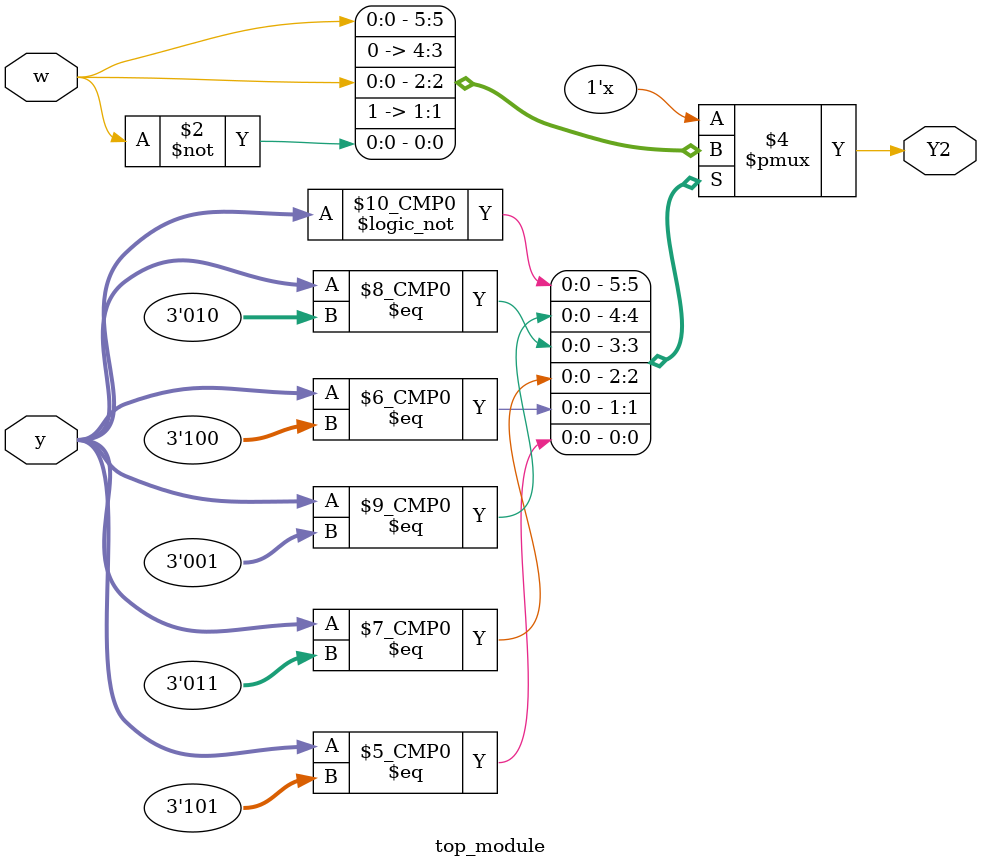
<source format=sv>
module top_module(
    input [3:1] y,
    input w,
    output reg Y2
);

always @(*) begin
    case (y)
        3'b000: // state A
            Y2 = w;
        3'b001: // state B
            Y2 = 1'b0;
        3'b010: // state C
            Y2 = 1'b0;
        3'b011: // state D
            Y2 = w;
        3'b100: // state E
            Y2 = 1'b1;
        3'b101: // state F
            Y2 = ~w;
        default:
            Y2 = 1'bx; // undefined behavior
    endcase
end

endmodule

</source>
